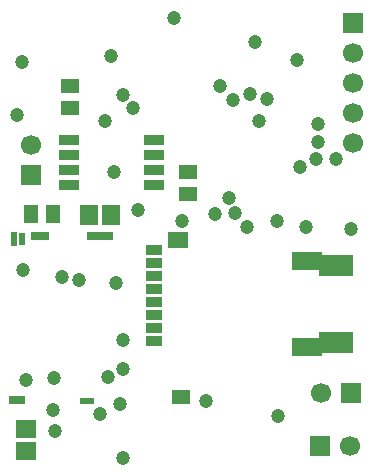
<source format=gbs>
G04 Layer_Color=16711935*
%FSLAX43Y43*%
%MOMM*%
G71*
G01*
G75*
%ADD29C,0.350*%
%ADD30C,0.500*%
%ADD46R,1.700X1.500*%
%ADD47R,1.500X1.700*%
%ADD49R,1.597X1.216*%
%ADD50R,1.216X1.597*%
%ADD54C,1.700*%
%ADD55R,1.700X1.700*%
%ADD56R,1.700X1.700*%
%ADD57C,1.200*%
%ADD58R,1.420X0.820*%
%ADD59R,1.820X1.370*%
%ADD60R,2.160X0.670*%
%ADD61R,1.620X0.670*%
%ADD62R,0.470X1.120*%
%ADD63R,0.470X1.170*%
%ADD64R,1.320X0.670*%
%ADD65R,1.170X0.620*%
%ADD66R,1.520X1.180*%
%ADD67R,1.810X0.810*%
G36*
X29445Y10336D02*
X26848D01*
Y10129D01*
X24350D01*
Y11635D01*
X26560D01*
Y12150D01*
X29445D01*
Y10336D01*
D02*
G37*
G36*
X26847Y18650D02*
X29441D01*
Y16852D01*
X26560D01*
Y17372D01*
X24350D01*
Y18865D01*
X26847D01*
Y18650D01*
D02*
G37*
D29*
X25600Y18150D02*
D03*
Y10850D02*
D03*
D30*
X28000Y17750D02*
D03*
Y11250D02*
D03*
D46*
X1750Y2050D02*
D03*
Y3950D02*
D03*
D47*
X7094Y22000D02*
D03*
X8994D02*
D03*
D49*
X5500Y31060D02*
D03*
Y32940D02*
D03*
X15500Y25690D02*
D03*
Y23810D02*
D03*
D50*
X4118Y22135D02*
D03*
X2239D02*
D03*
D54*
X29220Y2500D02*
D03*
X2239Y28000D02*
D03*
X29450Y35750D02*
D03*
Y33210D02*
D03*
Y30670D02*
D03*
Y28130D02*
D03*
X26751Y7000D02*
D03*
D55*
X26680Y2500D02*
D03*
X29291Y7000D02*
D03*
D56*
X2239Y25460D02*
D03*
X29450Y38290D02*
D03*
D57*
X23150Y5000D02*
D03*
X10000Y9000D02*
D03*
X1771Y8090D02*
D03*
X4178Y8206D02*
D03*
X10000Y32209D02*
D03*
X8019Y5175D02*
D03*
X1500Y17371D02*
D03*
X9012Y35500D02*
D03*
X10000Y11487D02*
D03*
X22160Y31830D02*
D03*
X19302Y31750D02*
D03*
X1434Y35000D02*
D03*
X6250Y16504D02*
D03*
X4850Y16750D02*
D03*
X999Y30500D02*
D03*
X28070Y26750D02*
D03*
X10855Y31060D02*
D03*
X20750Y32250D02*
D03*
X21500Y30000D02*
D03*
X8750Y8305D02*
D03*
X9447Y16250D02*
D03*
X29291Y20818D02*
D03*
X23000Y21545D02*
D03*
X17000Y6250D02*
D03*
X15025Y21545D02*
D03*
X9250Y25690D02*
D03*
X11250Y22484D02*
D03*
X14296Y38690D02*
D03*
X24759Y35124D02*
D03*
X25498Y20984D02*
D03*
X4241Y3734D02*
D03*
X4049Y5500D02*
D03*
X10000Y1500D02*
D03*
X9750Y6000D02*
D03*
X8500Y30007D02*
D03*
X20498Y21000D02*
D03*
X19500Y22176D02*
D03*
X19000Y23500D02*
D03*
X17825Y22156D02*
D03*
X18257Y33000D02*
D03*
X21182Y36683D02*
D03*
X24960Y26110D02*
D03*
X26342Y26779D02*
D03*
X26500Y28250D02*
D03*
X26531Y29750D02*
D03*
D58*
X12599Y11335D02*
D03*
Y12435D02*
D03*
Y13535D02*
D03*
Y14635D02*
D03*
Y15735D02*
D03*
Y16835D02*
D03*
Y17935D02*
D03*
Y19035D02*
D03*
D59*
X14649Y19925D02*
D03*
D60*
X8019Y20250D02*
D03*
D61*
X2939D02*
D03*
D62*
X1434Y20025D02*
D03*
D63*
X774Y20000D02*
D03*
D64*
X999Y6350D02*
D03*
D65*
X6924Y6325D02*
D03*
D66*
X14899Y6605D02*
D03*
D67*
X12635Y24595D02*
D03*
Y25865D02*
D03*
Y27135D02*
D03*
Y28405D02*
D03*
X5425D02*
D03*
Y27135D02*
D03*
Y25865D02*
D03*
Y24595D02*
D03*
M02*

</source>
